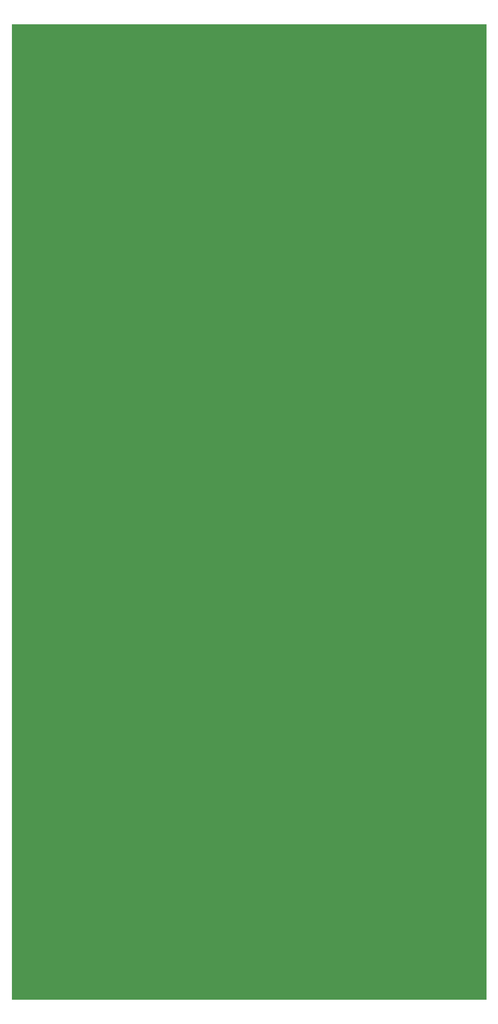
<source format=gbr>
G04 DipTrace 4.0.0.5*
G04 board_dendy_junior_remastered_rev_2.2.1.gbr*
%MOIN*%
G04 #@! TF.FileFunction,Drawing,Board polygon*
G04 #@! TF.Part,Single*
%FSLAX26Y26*%
G04*
G70*
G90*
G75*
G01*
G04 BoardPoly*
%LPD*%
G36*
X0Y0D2*
X3582677D1*
Y7362205D1*
X0D1*
Y0D1*
G37*
M02*

</source>
